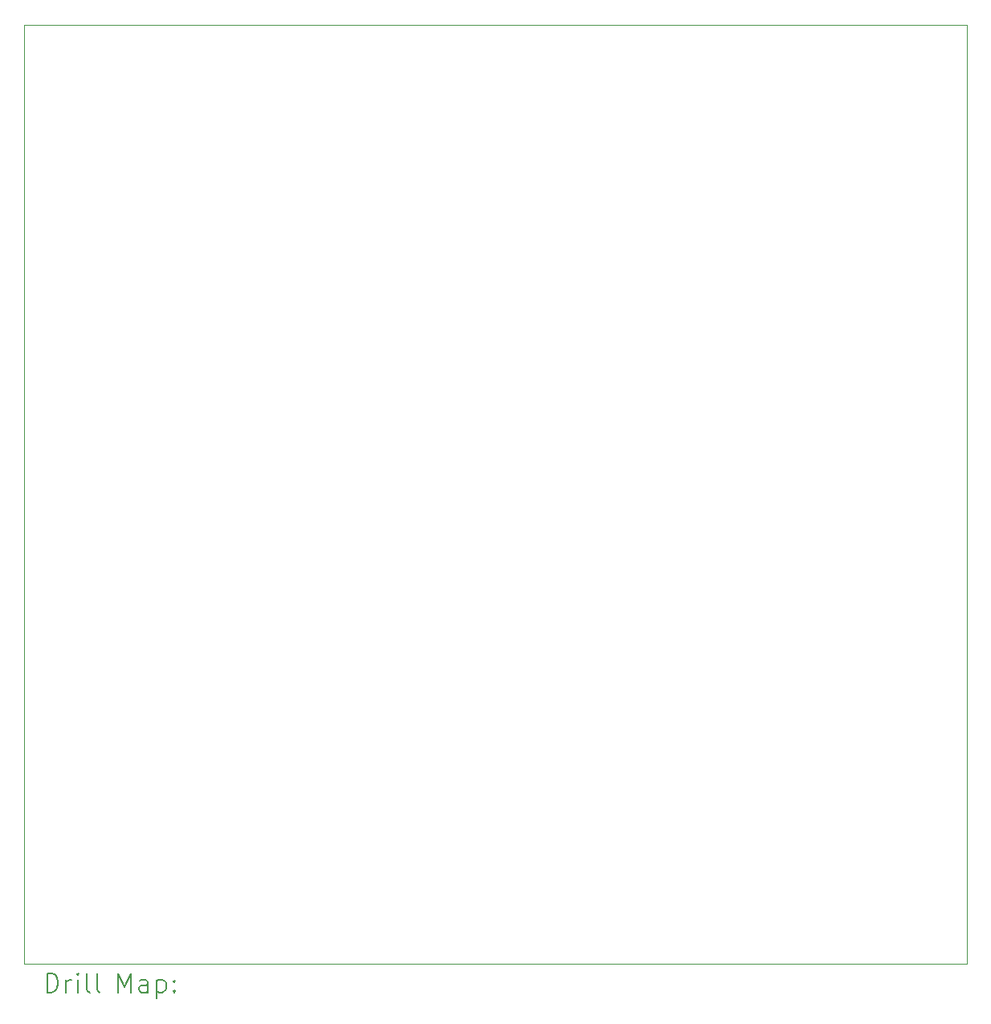
<source format=gbr>
%TF.GenerationSoftware,KiCad,Pcbnew,(7.0.0)*%
%TF.CreationDate,2023-03-21T09:13:53+02:00*%
%TF.ProjectId,HAT,4841542e-6b69-4636-9164-5f7063625858,rev?*%
%TF.SameCoordinates,Original*%
%TF.FileFunction,Drillmap*%
%TF.FilePolarity,Positive*%
%FSLAX45Y45*%
G04 Gerber Fmt 4.5, Leading zero omitted, Abs format (unit mm)*
G04 Created by KiCad (PCBNEW (7.0.0)) date 2023-03-21 09:13:53*
%MOMM*%
%LPD*%
G01*
G04 APERTURE LIST*
%ADD10C,0.100000*%
%ADD11C,0.200000*%
G04 APERTURE END LIST*
D10*
X9174480Y-1915160D02*
X19116040Y-1915160D01*
X19116040Y-1915160D02*
X19116040Y-11816080D01*
X19116040Y-11816080D02*
X9174480Y-11816080D01*
X9174480Y-11816080D02*
X9174480Y-1915160D01*
D11*
X9417099Y-12114556D02*
X9417099Y-11914556D01*
X9417099Y-11914556D02*
X9464718Y-11914556D01*
X9464718Y-11914556D02*
X9493290Y-11924080D01*
X9493290Y-11924080D02*
X9512337Y-11943128D01*
X9512337Y-11943128D02*
X9521861Y-11962175D01*
X9521861Y-11962175D02*
X9531385Y-12000270D01*
X9531385Y-12000270D02*
X9531385Y-12028842D01*
X9531385Y-12028842D02*
X9521861Y-12066937D01*
X9521861Y-12066937D02*
X9512337Y-12085985D01*
X9512337Y-12085985D02*
X9493290Y-12105032D01*
X9493290Y-12105032D02*
X9464718Y-12114556D01*
X9464718Y-12114556D02*
X9417099Y-12114556D01*
X9617099Y-12114556D02*
X9617099Y-11981223D01*
X9617099Y-12019318D02*
X9626623Y-12000270D01*
X9626623Y-12000270D02*
X9636147Y-11990747D01*
X9636147Y-11990747D02*
X9655194Y-11981223D01*
X9655194Y-11981223D02*
X9674242Y-11981223D01*
X9740909Y-12114556D02*
X9740909Y-11981223D01*
X9740909Y-11914556D02*
X9731385Y-11924080D01*
X9731385Y-11924080D02*
X9740909Y-11933604D01*
X9740909Y-11933604D02*
X9750432Y-11924080D01*
X9750432Y-11924080D02*
X9740909Y-11914556D01*
X9740909Y-11914556D02*
X9740909Y-11933604D01*
X9864718Y-12114556D02*
X9845670Y-12105032D01*
X9845670Y-12105032D02*
X9836147Y-12085985D01*
X9836147Y-12085985D02*
X9836147Y-11914556D01*
X9969480Y-12114556D02*
X9950432Y-12105032D01*
X9950432Y-12105032D02*
X9940909Y-12085985D01*
X9940909Y-12085985D02*
X9940909Y-11914556D01*
X10165670Y-12114556D02*
X10165670Y-11914556D01*
X10165670Y-11914556D02*
X10232337Y-12057413D01*
X10232337Y-12057413D02*
X10299004Y-11914556D01*
X10299004Y-11914556D02*
X10299004Y-12114556D01*
X10479956Y-12114556D02*
X10479956Y-12009794D01*
X10479956Y-12009794D02*
X10470432Y-11990747D01*
X10470432Y-11990747D02*
X10451385Y-11981223D01*
X10451385Y-11981223D02*
X10413289Y-11981223D01*
X10413289Y-11981223D02*
X10394242Y-11990747D01*
X10479956Y-12105032D02*
X10460909Y-12114556D01*
X10460909Y-12114556D02*
X10413289Y-12114556D01*
X10413289Y-12114556D02*
X10394242Y-12105032D01*
X10394242Y-12105032D02*
X10384718Y-12085985D01*
X10384718Y-12085985D02*
X10384718Y-12066937D01*
X10384718Y-12066937D02*
X10394242Y-12047889D01*
X10394242Y-12047889D02*
X10413289Y-12038366D01*
X10413289Y-12038366D02*
X10460909Y-12038366D01*
X10460909Y-12038366D02*
X10479956Y-12028842D01*
X10575194Y-11981223D02*
X10575194Y-12181223D01*
X10575194Y-11990747D02*
X10594242Y-11981223D01*
X10594242Y-11981223D02*
X10632337Y-11981223D01*
X10632337Y-11981223D02*
X10651385Y-11990747D01*
X10651385Y-11990747D02*
X10660909Y-12000270D01*
X10660909Y-12000270D02*
X10670432Y-12019318D01*
X10670432Y-12019318D02*
X10670432Y-12076461D01*
X10670432Y-12076461D02*
X10660909Y-12095508D01*
X10660909Y-12095508D02*
X10651385Y-12105032D01*
X10651385Y-12105032D02*
X10632337Y-12114556D01*
X10632337Y-12114556D02*
X10594242Y-12114556D01*
X10594242Y-12114556D02*
X10575194Y-12105032D01*
X10756147Y-12095508D02*
X10765670Y-12105032D01*
X10765670Y-12105032D02*
X10756147Y-12114556D01*
X10756147Y-12114556D02*
X10746623Y-12105032D01*
X10746623Y-12105032D02*
X10756147Y-12095508D01*
X10756147Y-12095508D02*
X10756147Y-12114556D01*
X10756147Y-11990747D02*
X10765670Y-12000270D01*
X10765670Y-12000270D02*
X10756147Y-12009794D01*
X10756147Y-12009794D02*
X10746623Y-12000270D01*
X10746623Y-12000270D02*
X10756147Y-11990747D01*
X10756147Y-11990747D02*
X10756147Y-12009794D01*
M02*

</source>
